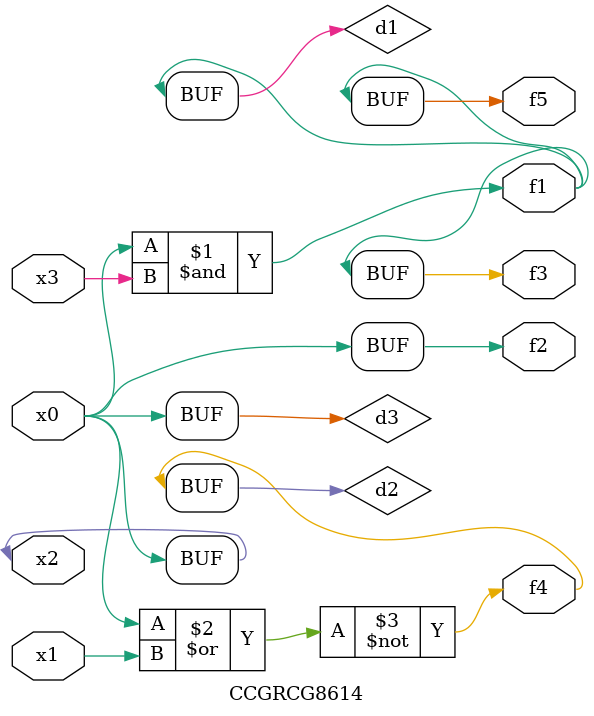
<source format=v>
module CCGRCG8614(
	input x0, x1, x2, x3,
	output f1, f2, f3, f4, f5
);

	wire d1, d2, d3;

	and (d1, x2, x3);
	nor (d2, x0, x1);
	buf (d3, x0, x2);
	assign f1 = d1;
	assign f2 = d3;
	assign f3 = d1;
	assign f4 = d2;
	assign f5 = d1;
endmodule

</source>
